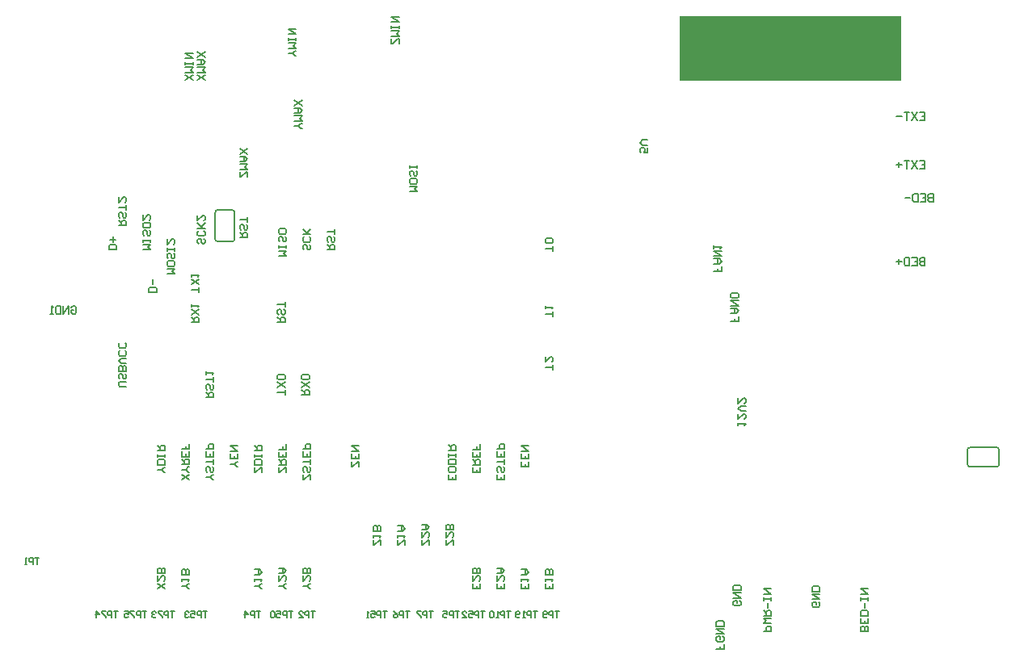
<source format=gbo>
G04 Layer_Color=32896*
%FSLAX24Y24*%
%MOIN*%
G70*
G01*
G75*
%ADD115C,0.0060*%
%ADD119C,0.0050*%
%ADD243R,0.9183X0.2710*%
D115*
X49360Y19340D02*
G03*
X49260Y19240I0J-100D01*
G01*
X50560D02*
G03*
X50460Y19340I-100J0D01*
G01*
Y18540D02*
G03*
X50560Y18640I0J100D01*
G01*
X49260D02*
G03*
X49360Y18540I100J0D01*
G01*
X18232Y27944D02*
G03*
X18332Y27844I100J0D01*
G01*
Y29144D02*
G03*
X18232Y29044I0J-100D01*
G01*
X19032D02*
G03*
X18932Y29144I-100J0D01*
G01*
Y27844D02*
G03*
X19032Y27944I0J100D01*
G01*
X49360Y18540D02*
X50460D01*
X49260Y18640D02*
Y19240D01*
X50560Y18640D02*
Y19240D01*
X49360Y19340D02*
X50460D01*
X19032Y27944D02*
Y29044D01*
X18332Y27844D02*
X18932D01*
X18332Y29144D02*
X18932D01*
X18232Y27944D02*
Y29044D01*
X16170Y18300D02*
X16117D01*
X16010Y18407D01*
X16117Y18513D01*
X16170D01*
X16010Y18407D02*
X15850D01*
X16170Y18620D02*
X15850D01*
Y18780D01*
X15903Y18833D01*
X16117D01*
X16170Y18780D01*
Y18620D01*
Y18940D02*
Y19046D01*
Y18993D01*
X15850D01*
Y18940D01*
Y19046D01*
Y19206D02*
X16170D01*
Y19366D01*
X16117Y19420D01*
X16010D01*
X15957Y19366D01*
Y19206D01*
Y19313D02*
X15850Y19420D01*
X17170Y18000D02*
X16850Y18213D01*
X17170D02*
X16850Y18000D01*
X17170Y18320D02*
X17117D01*
X17010Y18427D01*
X17117Y18533D01*
X17170D01*
X17010Y18427D02*
X16850D01*
Y18640D02*
X17170D01*
Y18800D01*
X17117Y18853D01*
X17010D01*
X16957Y18800D01*
Y18640D01*
Y18746D02*
X16850Y18853D01*
X17170Y19173D02*
Y18960D01*
X16850D01*
Y19173D01*
X17010Y18960D02*
Y19066D01*
X17170Y19493D02*
Y19280D01*
X17010D01*
Y19386D01*
Y19280D01*
X16850D01*
X18170Y18000D02*
X18117D01*
X18010Y18107D01*
X18117Y18213D01*
X18170D01*
X18010Y18107D02*
X17850D01*
X18117Y18533D02*
X18170Y18480D01*
Y18373D01*
X18117Y18320D01*
X18063D01*
X18010Y18373D01*
Y18480D01*
X17957Y18533D01*
X17903D01*
X17850Y18480D01*
Y18373D01*
X17903Y18320D01*
X18170Y18640D02*
Y18853D01*
Y18746D01*
X17850D01*
X18170Y19173D02*
Y18960D01*
X17850D01*
Y19173D01*
X18010Y18960D02*
Y19066D01*
X17850Y19280D02*
X18170D01*
Y19440D01*
X18117Y19493D01*
X18010D01*
X17957Y19440D01*
Y19280D01*
X19170Y18550D02*
X19117D01*
X19010Y18657D01*
X19117Y18763D01*
X19170D01*
X19010Y18657D02*
X18850D01*
X19170Y19083D02*
Y18870D01*
X18850D01*
Y19083D01*
X19010Y18870D02*
Y18977D01*
X18850Y19190D02*
X19170D01*
X18850Y19403D01*
X19170D01*
X20170Y18300D02*
Y18513D01*
X20117D01*
X19903Y18300D01*
X19850D01*
Y18513D01*
X20170Y18620D02*
X19850D01*
Y18780D01*
X19903Y18833D01*
X20117D01*
X20170Y18780D01*
Y18620D01*
Y18940D02*
Y19046D01*
Y18993D01*
X19850D01*
Y18940D01*
Y19046D01*
Y19206D02*
X20170D01*
Y19366D01*
X20117Y19420D01*
X20010D01*
X19957Y19366D01*
Y19206D01*
Y19313D02*
X19850Y19420D01*
X21170Y18300D02*
Y18513D01*
X21117D01*
X20903Y18300D01*
X20850D01*
Y18513D01*
Y18620D02*
X21170D01*
Y18780D01*
X21117Y18833D01*
X21010D01*
X20957Y18780D01*
Y18620D01*
Y18727D02*
X20850Y18833D01*
X21170Y19153D02*
Y18940D01*
X20850D01*
Y19153D01*
X21010Y18940D02*
Y19046D01*
X21170Y19473D02*
Y19260D01*
X21010D01*
Y19366D01*
Y19260D01*
X20850D01*
X22170Y18000D02*
Y18213D01*
X22117D01*
X21903Y18000D01*
X21850D01*
Y18213D01*
X22117Y18533D02*
X22170Y18480D01*
Y18373D01*
X22117Y18320D01*
X22063D01*
X22010Y18373D01*
Y18480D01*
X21957Y18533D01*
X21903D01*
X21850Y18480D01*
Y18373D01*
X21903Y18320D01*
X22170Y18640D02*
Y18853D01*
Y18746D01*
X21850D01*
X22170Y19173D02*
Y18960D01*
X21850D01*
Y19173D01*
X22010Y18960D02*
Y19066D01*
X21850Y19280D02*
X22170D01*
Y19440D01*
X22117Y19493D01*
X22010D01*
X21957Y19440D01*
Y19280D01*
X24170Y18550D02*
Y18763D01*
X24117D01*
X23903Y18550D01*
X23850D01*
Y18763D01*
X24170Y19083D02*
Y18870D01*
X23850D01*
Y19083D01*
X24010Y18870D02*
Y18977D01*
X23850Y19190D02*
X24170D01*
X23850Y19403D01*
X24170D01*
X28170Y18213D02*
Y18000D01*
X27850D01*
Y18213D01*
X28010Y18000D02*
Y18107D01*
X28117Y18320D02*
X28170Y18373D01*
Y18480D01*
X28117Y18533D01*
X27903D01*
X27850Y18480D01*
Y18373D01*
X27903Y18320D01*
X28117D01*
X28170Y18640D02*
X27850D01*
Y18800D01*
X27903Y18853D01*
X28117D01*
X28170Y18800D01*
Y18640D01*
Y18960D02*
Y19066D01*
Y19013D01*
X27850D01*
Y18960D01*
Y19066D01*
Y19226D02*
X28170D01*
Y19386D01*
X28117Y19440D01*
X28010D01*
X27957Y19386D01*
Y19226D01*
Y19333D02*
X27850Y19440D01*
X29170Y18513D02*
Y18300D01*
X28850D01*
Y18513D01*
X29010Y18300D02*
Y18407D01*
X28850Y18620D02*
X29170D01*
Y18780D01*
X29117Y18833D01*
X29010D01*
X28957Y18780D01*
Y18620D01*
Y18727D02*
X28850Y18833D01*
X29170Y19153D02*
Y18940D01*
X28850D01*
Y19153D01*
X29010Y18940D02*
Y19046D01*
X29170Y19473D02*
Y19260D01*
X29010D01*
Y19366D01*
Y19260D01*
X28850D01*
X30170Y18213D02*
Y18000D01*
X29850D01*
Y18213D01*
X30010Y18000D02*
Y18107D01*
X30117Y18533D02*
X30170Y18480D01*
Y18373D01*
X30117Y18320D01*
X30063D01*
X30010Y18373D01*
Y18480D01*
X29957Y18533D01*
X29903D01*
X29850Y18480D01*
Y18373D01*
X29903Y18320D01*
X30170Y18640D02*
Y18853D01*
Y18746D01*
X29850D01*
X30170Y19173D02*
Y18960D01*
X29850D01*
Y19173D01*
X30010Y18960D02*
Y19066D01*
X29850Y19280D02*
X30170D01*
Y19440D01*
X30117Y19493D01*
X30010D01*
X29957Y19440D01*
Y19280D01*
X31170Y18763D02*
Y18550D01*
X30850D01*
Y18763D01*
X31010Y18550D02*
Y18657D01*
X31170Y19083D02*
Y18870D01*
X30850D01*
Y19083D01*
X31010Y18870D02*
Y18977D01*
X30850Y19190D02*
X31170D01*
X30850Y19403D01*
X31170D01*
X16170Y13500D02*
X15850Y13713D01*
X16170D02*
X15850Y13500D01*
Y14033D02*
Y13820D01*
X16063Y14033D01*
X16117D01*
X16170Y13980D01*
Y13873D01*
X16117Y13820D01*
X16170Y14140D02*
X15850D01*
Y14300D01*
X15903Y14353D01*
X15957D01*
X16010Y14300D01*
Y14140D01*
Y14300D01*
X16063Y14353D01*
X16117D01*
X16170Y14300D01*
Y14140D01*
X17170Y13500D02*
X17117D01*
X17010Y13607D01*
X17117Y13713D01*
X17170D01*
X17010Y13607D02*
X16850D01*
Y13820D02*
Y13927D01*
Y13873D01*
X17170D01*
X17117Y13820D01*
X17170Y14086D02*
X16850D01*
Y14246D01*
X16903Y14300D01*
X16957D01*
X17010Y14246D01*
Y14086D01*
Y14246D01*
X17063Y14300D01*
X17117D01*
X17170Y14246D01*
Y14086D01*
X20170Y13500D02*
X20117D01*
X20010Y13607D01*
X20117Y13713D01*
X20170D01*
X20010Y13607D02*
X19850D01*
Y13820D02*
Y13927D01*
Y13873D01*
X20170D01*
X20117Y13820D01*
X19850Y14086D02*
X20063D01*
X20170Y14193D01*
X20063Y14300D01*
X19850D01*
X20010D01*
Y14086D01*
X21170Y13500D02*
X21117D01*
X21010Y13607D01*
X21117Y13713D01*
X21170D01*
X21010Y13607D02*
X20850D01*
Y14033D02*
Y13820D01*
X21063Y14033D01*
X21117D01*
X21170Y13980D01*
Y13873D01*
X21117Y13820D01*
X20850Y14140D02*
X21063D01*
X21170Y14246D01*
X21063Y14353D01*
X20850D01*
X21010D01*
Y14140D01*
X22170Y13500D02*
X22117D01*
X22010Y13607D01*
X22117Y13713D01*
X22170D01*
X22010Y13607D02*
X21850D01*
Y14033D02*
Y13820D01*
X22063Y14033D01*
X22117D01*
X22170Y13980D01*
Y13873D01*
X22117Y13820D01*
X22170Y14140D02*
X21850D01*
Y14300D01*
X21903Y14353D01*
X21957D01*
X22010Y14300D01*
Y14140D01*
Y14300D01*
X22063Y14353D01*
X22117D01*
X22170Y14300D01*
Y14140D01*
X25070Y15300D02*
Y15513D01*
X25017D01*
X24803Y15300D01*
X24750D01*
Y15513D01*
Y15620D02*
Y15727D01*
Y15673D01*
X25070D01*
X25017Y15620D01*
X25070Y15886D02*
X24750D01*
Y16046D01*
X24803Y16100D01*
X24857D01*
X24910Y16046D01*
Y15886D01*
Y16046D01*
X24963Y16100D01*
X25017D01*
X25070Y16046D01*
Y15886D01*
X26070Y15300D02*
Y15513D01*
X26017D01*
X25803Y15300D01*
X25750D01*
Y15513D01*
Y15620D02*
Y15727D01*
Y15673D01*
X26070D01*
X26017Y15620D01*
X25750Y15886D02*
X25963D01*
X26070Y15993D01*
X25963Y16100D01*
X25750D01*
X25910D01*
Y15886D01*
X27070Y15300D02*
Y15513D01*
X27017D01*
X26803Y15300D01*
X26750D01*
Y15513D01*
Y15833D02*
Y15620D01*
X26963Y15833D01*
X27017D01*
X27070Y15780D01*
Y15673D01*
X27017Y15620D01*
X26750Y15940D02*
X26963D01*
X27070Y16046D01*
X26963Y16153D01*
X26750D01*
X26910D01*
Y15940D01*
X28070Y15300D02*
Y15513D01*
X28017D01*
X27803Y15300D01*
X27750D01*
Y15513D01*
Y15833D02*
Y15620D01*
X27963Y15833D01*
X28017D01*
X28070Y15780D01*
Y15673D01*
X28017Y15620D01*
X28070Y15940D02*
X27750D01*
Y16100D01*
X27803Y16153D01*
X27857D01*
X27910Y16100D01*
Y15940D01*
Y16100D01*
X27963Y16153D01*
X28017D01*
X28070Y16100D01*
Y15940D01*
X29170Y13713D02*
Y13500D01*
X28850D01*
Y13713D01*
X29010Y13500D02*
Y13607D01*
X28850Y14033D02*
Y13820D01*
X29063Y14033D01*
X29117D01*
X29170Y13980D01*
Y13873D01*
X29117Y13820D01*
X29170Y14140D02*
X28850D01*
Y14300D01*
X28903Y14353D01*
X28957D01*
X29010Y14300D01*
Y14140D01*
Y14300D01*
X29063Y14353D01*
X29117D01*
X29170Y14300D01*
Y14140D01*
X30170Y13713D02*
Y13500D01*
X29850D01*
Y13713D01*
X30010Y13500D02*
Y13607D01*
X29850Y14033D02*
Y13820D01*
X30063Y14033D01*
X30117D01*
X30170Y13980D01*
Y13873D01*
X30117Y13820D01*
X29850Y14140D02*
X30063D01*
X30170Y14246D01*
X30063Y14353D01*
X29850D01*
X30010D01*
Y14140D01*
X31170Y13713D02*
Y13500D01*
X30850D01*
Y13713D01*
X31010Y13500D02*
Y13607D01*
X30850Y13820D02*
Y13927D01*
Y13873D01*
X31170D01*
X31117Y13820D01*
X30850Y14086D02*
X31063D01*
X31170Y14193D01*
X31063Y14300D01*
X30850D01*
X31010D01*
Y14086D01*
X32170Y13713D02*
Y13500D01*
X31850D01*
Y13713D01*
X32010Y13500D02*
Y13607D01*
X31850Y13820D02*
Y13927D01*
Y13873D01*
X32170D01*
X32117Y13820D01*
X32170Y14086D02*
X31850D01*
Y14246D01*
X31903Y14300D01*
X31957D01*
X32010Y14246D01*
Y14086D01*
Y14246D01*
X32063Y14300D01*
X32117D01*
X32170Y14246D01*
Y14086D01*
X39220Y11213D02*
Y11000D01*
X39060D01*
Y11107D01*
Y11000D01*
X38900D01*
X39167Y11533D02*
X39220Y11480D01*
Y11373D01*
X39167Y11320D01*
X38953D01*
X38900Y11373D01*
Y11480D01*
X38953Y11533D01*
X39060D01*
Y11427D01*
X38900Y11640D02*
X39220D01*
X38900Y11853D01*
X39220D01*
Y11960D02*
X38900D01*
Y12120D01*
X38953Y12173D01*
X39167D01*
X39220Y12120D01*
Y11960D01*
X39867Y13013D02*
X39920Y12960D01*
Y12853D01*
X39867Y12800D01*
X39653D01*
X39600Y12853D01*
Y12960D01*
X39653Y13013D01*
X39760D01*
Y12907D01*
X39600Y13120D02*
X39920D01*
X39600Y13333D01*
X39920D01*
Y13440D02*
X39600D01*
Y13600D01*
X39653Y13653D01*
X39867D01*
X39920Y13600D01*
Y13440D01*
X40850Y11750D02*
X41170D01*
Y11910D01*
X41117Y11963D01*
X41010D01*
X40957Y11910D01*
Y11750D01*
X41170Y12070D02*
X40850D01*
X40957Y12177D01*
X40850Y12283D01*
X41170D01*
X40850Y12390D02*
X41170D01*
Y12550D01*
X41117Y12603D01*
X41010D01*
X40957Y12550D01*
Y12390D01*
Y12496D02*
X40850Y12603D01*
X41010Y12710D02*
Y12923D01*
X41170Y13030D02*
Y13136D01*
Y13083D01*
X40850D01*
Y13030D01*
Y13136D01*
Y13296D02*
X41170D01*
X40850Y13509D01*
X41170D01*
X43117Y12963D02*
X43170Y12910D01*
Y12803D01*
X43117Y12750D01*
X42903D01*
X42850Y12803D01*
Y12910D01*
X42903Y12963D01*
X43010D01*
Y12857D01*
X42850Y13070D02*
X43170D01*
X42850Y13283D01*
X43170D01*
Y13390D02*
X42850D01*
Y13550D01*
X42903Y13603D01*
X43117D01*
X43170Y13550D01*
Y13390D01*
X45170Y11750D02*
X44850D01*
Y11910D01*
X44903Y11963D01*
X44957D01*
X45010Y11910D01*
Y11750D01*
Y11910D01*
X45063Y11963D01*
X45117D01*
X45170Y11910D01*
Y11750D01*
Y12283D02*
Y12070D01*
X44850D01*
Y12283D01*
X45010Y12070D02*
Y12177D01*
X45170Y12390D02*
X44850D01*
Y12550D01*
X44903Y12603D01*
X45117D01*
X45170Y12550D01*
Y12390D01*
X45010Y12710D02*
Y12923D01*
X45170Y13030D02*
Y13136D01*
Y13083D01*
X44850D01*
Y13030D01*
Y13136D01*
Y13296D02*
X45170D01*
X44850Y13509D01*
X45170D01*
X39800Y20250D02*
Y20357D01*
Y20303D01*
X40120D01*
X40067Y20250D01*
X39800Y20730D02*
Y20517D01*
X40013Y20730D01*
X40067D01*
X40120Y20677D01*
Y20570D01*
X40067Y20517D01*
X40120Y20836D02*
X39907D01*
X39800Y20943D01*
X39907Y21050D01*
X40120D01*
X39800Y21370D02*
Y21156D01*
X40013Y21370D01*
X40067D01*
X40120Y21316D01*
Y21210D01*
X40067Y21156D01*
X39820Y24763D02*
Y24550D01*
X39660D01*
Y24657D01*
Y24550D01*
X39500D01*
Y24870D02*
X39713D01*
X39820Y24977D01*
X39713Y25083D01*
X39500D01*
X39660D01*
Y24870D01*
X39500Y25190D02*
X39820D01*
X39500Y25403D01*
X39820D01*
X39767Y25510D02*
X39820Y25563D01*
Y25670D01*
X39767Y25723D01*
X39553D01*
X39500Y25670D01*
Y25563D01*
X39553Y25510D01*
X39767D01*
X39120Y26813D02*
Y26600D01*
X38960D01*
Y26707D01*
Y26600D01*
X38800D01*
Y26920D02*
X39013D01*
X39120Y27027D01*
X39013Y27133D01*
X38800D01*
X38960D01*
Y26920D01*
X38800Y27240D02*
X39120D01*
X38800Y27453D01*
X39120D01*
X38800Y27560D02*
Y27666D01*
Y27613D01*
X39120D01*
X39067Y27560D01*
X32170Y27450D02*
Y27663D01*
Y27557D01*
X31850D01*
X32117Y27770D02*
X32170Y27823D01*
Y27930D01*
X32117Y27983D01*
X31903D01*
X31850Y27930D01*
Y27823D01*
X31903Y27770D01*
X32117D01*
X32170Y24750D02*
Y24963D01*
Y24857D01*
X31850D01*
Y25070D02*
Y25177D01*
Y25123D01*
X32170D01*
X32117Y25070D01*
X32170Y22550D02*
Y22763D01*
Y22657D01*
X31850D01*
Y23083D02*
Y22870D01*
X32063Y23083D01*
X32117D01*
X32170Y23030D01*
Y22923D01*
X32117Y22870D01*
X21800Y21500D02*
X22120D01*
Y21660D01*
X22067Y21713D01*
X21960D01*
X21907Y21660D01*
Y21500D01*
Y21607D02*
X21800Y21713D01*
X22120Y21820D02*
X21800Y22033D01*
X22120D02*
X21800Y21820D01*
X22067Y22140D02*
X22120Y22193D01*
Y22300D01*
X22067Y22353D01*
X21853D01*
X21800Y22300D01*
Y22193D01*
X21853Y22140D01*
X22067D01*
X21120Y21500D02*
Y21713D01*
Y21607D01*
X20800D01*
X21120Y21820D02*
X20800Y22033D01*
X21120D02*
X20800Y21820D01*
X21067Y22140D02*
X21120Y22193D01*
Y22300D01*
X21067Y22353D01*
X20853D01*
X20800Y22300D01*
Y22193D01*
X20853Y22140D01*
X21067D01*
X20800Y24500D02*
X21120D01*
Y24660D01*
X21067Y24713D01*
X20960D01*
X20907Y24660D01*
Y24500D01*
Y24607D02*
X20800Y24713D01*
X21067Y25033D02*
X21120Y24980D01*
Y24873D01*
X21067Y24820D01*
X21013D01*
X20960Y24873D01*
Y24980D01*
X20907Y25033D01*
X20853D01*
X20800Y24980D01*
Y24873D01*
X20853Y24820D01*
X21120Y25140D02*
Y25353D01*
Y25246D01*
X20800D01*
X17850Y21400D02*
X18170D01*
Y21560D01*
X18117Y21613D01*
X18010D01*
X17957Y21560D01*
Y21400D01*
Y21507D02*
X17850Y21613D01*
X18117Y21933D02*
X18170Y21880D01*
Y21773D01*
X18117Y21720D01*
X18063D01*
X18010Y21773D01*
Y21880D01*
X17957Y21933D01*
X17903D01*
X17850Y21880D01*
Y21773D01*
X17903Y21720D01*
X18170Y22040D02*
Y22253D01*
Y22146D01*
X17850D01*
Y22360D02*
Y22466D01*
Y22413D01*
X18170D01*
X18117Y22360D01*
X17250Y24500D02*
X17570D01*
Y24660D01*
X17517Y24713D01*
X17410D01*
X17357Y24660D01*
Y24500D01*
Y24607D02*
X17250Y24713D01*
X17570Y24820D02*
X17250Y25033D01*
X17570D02*
X17250Y24820D01*
Y25140D02*
Y25246D01*
Y25193D01*
X17570D01*
X17517Y25140D01*
X17570Y25750D02*
Y25963D01*
Y25857D01*
X17250D01*
X17570Y26070D02*
X17250Y26283D01*
X17570D02*
X17250Y26070D01*
Y26390D02*
Y26496D01*
Y26443D01*
X17570D01*
X17517Y26390D01*
X16250Y26500D02*
X16570D01*
X16463Y26607D01*
X16570Y26713D01*
X16250D01*
X16570Y26980D02*
Y26873D01*
X16517Y26820D01*
X16303D01*
X16250Y26873D01*
Y26980D01*
X16303Y27033D01*
X16517D01*
X16570Y26980D01*
X16517Y27353D02*
X16570Y27300D01*
Y27193D01*
X16517Y27140D01*
X16463D01*
X16410Y27193D01*
Y27300D01*
X16357Y27353D01*
X16303D01*
X16250Y27300D01*
Y27193D01*
X16303Y27140D01*
X16570Y27460D02*
Y27566D01*
Y27513D01*
X16250D01*
Y27460D01*
Y27566D01*
Y27940D02*
Y27726D01*
X16463Y27940D01*
X16517D01*
X16570Y27886D01*
Y27780D01*
X16517Y27726D01*
X17767Y27963D02*
X17820Y27910D01*
Y27803D01*
X17767Y27750D01*
X17713D01*
X17660Y27803D01*
Y27910D01*
X17607Y27963D01*
X17553D01*
X17500Y27910D01*
Y27803D01*
X17553Y27750D01*
X17767Y28283D02*
X17820Y28230D01*
Y28123D01*
X17767Y28070D01*
X17553D01*
X17500Y28123D01*
Y28230D01*
X17553Y28283D01*
X17820Y28390D02*
X17500D01*
X17607D01*
X17820Y28603D01*
X17660Y28443D01*
X17500Y28603D01*
Y28923D02*
Y28710D01*
X17713Y28923D01*
X17767D01*
X17820Y28870D01*
Y28763D01*
X17767Y28710D01*
X15250Y27500D02*
X15570D01*
X15463Y27607D01*
X15570Y27713D01*
X15250D01*
X15570Y27820D02*
Y27927D01*
Y27873D01*
X15250D01*
Y27820D01*
Y27927D01*
X15517Y28300D02*
X15570Y28246D01*
Y28140D01*
X15517Y28086D01*
X15463D01*
X15410Y28140D01*
Y28246D01*
X15357Y28300D01*
X15303D01*
X15250Y28246D01*
Y28140D01*
X15303Y28086D01*
X15570Y28566D02*
Y28460D01*
X15517Y28406D01*
X15303D01*
X15250Y28460D01*
Y28566D01*
X15303Y28620D01*
X15517D01*
X15570Y28566D01*
X15250Y28940D02*
Y28726D01*
X15463Y28940D01*
X15517D01*
X15570Y28886D01*
Y28780D01*
X15517Y28726D01*
X19250Y28000D02*
X19570D01*
Y28160D01*
X19517Y28213D01*
X19410D01*
X19357Y28160D01*
Y28000D01*
Y28107D02*
X19250Y28213D01*
X19517Y28533D02*
X19570Y28480D01*
Y28373D01*
X19517Y28320D01*
X19463D01*
X19410Y28373D01*
Y28480D01*
X19357Y28533D01*
X19303D01*
X19250Y28480D01*
Y28373D01*
X19303Y28320D01*
X19570Y28640D02*
Y28853D01*
Y28746D01*
X19250D01*
X14250Y28500D02*
X14570D01*
Y28660D01*
X14517Y28713D01*
X14410D01*
X14357Y28660D01*
Y28500D01*
Y28607D02*
X14250Y28713D01*
X14517Y29033D02*
X14570Y28980D01*
Y28873D01*
X14517Y28820D01*
X14463D01*
X14410Y28873D01*
Y28980D01*
X14357Y29033D01*
X14303D01*
X14250Y28980D01*
Y28873D01*
X14303Y28820D01*
X14570Y29140D02*
Y29353D01*
Y29246D01*
X14250D01*
Y29673D02*
Y29460D01*
X14463Y29673D01*
X14517D01*
X14570Y29620D01*
Y29513D01*
X14517Y29460D01*
X17320Y34500D02*
X17000Y34713D01*
X17320D02*
X17000Y34500D01*
Y34820D02*
X17320D01*
X17213Y34927D01*
X17320Y35033D01*
X17000D01*
X17320Y35140D02*
Y35246D01*
Y35193D01*
X17000D01*
Y35140D01*
Y35246D01*
Y35406D02*
X17320D01*
X17000Y35620D01*
X17320D01*
X17820Y34500D02*
X17500Y34713D01*
X17820D02*
X17500Y34500D01*
Y34820D02*
X17820D01*
X17713Y34927D01*
X17820Y35033D01*
X17500D01*
Y35140D02*
X17713D01*
X17820Y35246D01*
X17713Y35353D01*
X17500D01*
X17660D01*
Y35140D01*
X17820Y35460D02*
X17500Y35673D01*
X17820D02*
X17500Y35460D01*
X21570Y35500D02*
X21517D01*
X21410Y35607D01*
X21517Y35713D01*
X21570D01*
X21410Y35607D02*
X21250D01*
Y35820D02*
X21570D01*
X21463Y35927D01*
X21570Y36033D01*
X21250D01*
X21570Y36140D02*
Y36246D01*
Y36193D01*
X21250D01*
Y36140D01*
Y36246D01*
Y36406D02*
X21570D01*
X21250Y36620D01*
X21570D01*
X21820Y32500D02*
X21767D01*
X21660Y32607D01*
X21767Y32713D01*
X21820D01*
X21660Y32607D02*
X21500D01*
Y32820D02*
X21820D01*
X21713Y32927D01*
X21820Y33033D01*
X21500D01*
Y33140D02*
X21713D01*
X21820Y33246D01*
X21713Y33353D01*
X21500D01*
X21660D01*
Y33140D01*
X21820Y33460D02*
X21500Y33673D01*
X21820D02*
X21500Y33460D01*
X25820Y36000D02*
Y36213D01*
X25767D01*
X25553Y36000D01*
X25500D01*
Y36213D01*
Y36320D02*
X25820D01*
X25713Y36427D01*
X25820Y36533D01*
X25500D01*
X25820Y36640D02*
Y36746D01*
Y36693D01*
X25500D01*
Y36640D01*
Y36746D01*
Y36906D02*
X25820D01*
X25500Y37120D01*
X25820D01*
X19570Y30500D02*
Y30713D01*
X19517D01*
X19303Y30500D01*
X19250D01*
Y30713D01*
Y30820D02*
X19570D01*
X19463Y30927D01*
X19570Y31033D01*
X19250D01*
Y31140D02*
X19463D01*
X19570Y31246D01*
X19463Y31353D01*
X19250D01*
X19410D01*
Y31140D01*
X19570Y31460D02*
X19250Y31673D01*
X19570D02*
X19250Y31460D01*
X20850Y27250D02*
X21170D01*
X21063Y27357D01*
X21170Y27463D01*
X20850D01*
X21170Y27570D02*
Y27677D01*
Y27623D01*
X20850D01*
Y27570D01*
Y27677D01*
X21117Y28050D02*
X21170Y27996D01*
Y27890D01*
X21117Y27836D01*
X21063D01*
X21010Y27890D01*
Y27996D01*
X20957Y28050D01*
X20903D01*
X20850Y27996D01*
Y27890D01*
X20903Y27836D01*
X21170Y28316D02*
Y28210D01*
X21117Y28156D01*
X20903D01*
X20850Y28210D01*
Y28316D01*
X20903Y28370D01*
X21117D01*
X21170Y28316D01*
X22117Y27713D02*
X22170Y27660D01*
Y27553D01*
X22117Y27500D01*
X22063D01*
X22010Y27553D01*
Y27660D01*
X21957Y27713D01*
X21903D01*
X21850Y27660D01*
Y27553D01*
X21903Y27500D01*
X22117Y28033D02*
X22170Y27980D01*
Y27873D01*
X22117Y27820D01*
X21903D01*
X21850Y27873D01*
Y27980D01*
X21903Y28033D01*
X22170Y28140D02*
X21850D01*
X21957D01*
X22170Y28353D01*
X22010Y28193D01*
X21850Y28353D01*
X22850Y27500D02*
X23170D01*
Y27660D01*
X23117Y27713D01*
X23010D01*
X22957Y27660D01*
Y27500D01*
Y27607D02*
X22850Y27713D01*
X23117Y28033D02*
X23170Y27980D01*
Y27873D01*
X23117Y27820D01*
X23063D01*
X23010Y27873D01*
Y27980D01*
X22957Y28033D01*
X22903D01*
X22850Y27980D01*
Y27873D01*
X22903Y27820D01*
X23170Y28140D02*
Y28353D01*
Y28246D01*
X22850D01*
X26250Y29910D02*
X26570D01*
X26463Y30017D01*
X26570Y30123D01*
X26250D01*
X26570Y30390D02*
Y30283D01*
X26517Y30230D01*
X26303D01*
X26250Y30283D01*
Y30390D01*
X26303Y30443D01*
X26517D01*
X26570Y30390D01*
X26517Y30763D02*
X26570Y30710D01*
Y30603D01*
X26517Y30550D01*
X26463D01*
X26410Y30603D01*
Y30710D01*
X26357Y30763D01*
X26303D01*
X26250Y30710D01*
Y30603D01*
X26303Y30550D01*
X26570Y30870D02*
Y30976D01*
Y30923D01*
X26250D01*
Y30870D01*
Y30976D01*
X36070Y31713D02*
Y31500D01*
X35910D01*
X35963Y31607D01*
Y31660D01*
X35910Y31713D01*
X35803D01*
X35750Y31660D01*
Y31553D01*
X35803Y31500D01*
X36070Y31820D02*
X35857D01*
X35750Y31927D01*
X35857Y32033D01*
X36070D01*
X14170Y27500D02*
X13850D01*
Y27660D01*
X13903Y27713D01*
X14117D01*
X14170Y27660D01*
Y27500D01*
X14010Y27820D02*
Y28033D01*
X14117Y27927D02*
X13903D01*
X15820Y25750D02*
X15500D01*
Y25910D01*
X15553Y25963D01*
X15767D01*
X15820Y25910D01*
Y25750D01*
X15660Y26070D02*
Y26283D01*
X12287Y25117D02*
X12340Y25170D01*
X12447D01*
X12500Y25117D01*
Y24903D01*
X12447Y24850D01*
X12340D01*
X12287Y24903D01*
Y25010D01*
X12393D01*
X12180Y24850D02*
Y25170D01*
X11967Y24850D01*
Y25170D01*
X11860D02*
Y24850D01*
X11700D01*
X11647Y24903D01*
Y25117D01*
X11700Y25170D01*
X11860D01*
X11540Y24850D02*
X11434D01*
X11487D01*
Y25170D01*
X11540Y25117D01*
X14570Y21850D02*
X14303D01*
X14250Y21903D01*
Y22010D01*
X14303Y22063D01*
X14570D01*
X14517Y22383D02*
X14570Y22330D01*
Y22223D01*
X14517Y22170D01*
X14463D01*
X14410Y22223D01*
Y22330D01*
X14357Y22383D01*
X14303D01*
X14250Y22330D01*
Y22223D01*
X14303Y22170D01*
X14570Y22490D02*
X14250D01*
Y22650D01*
X14303Y22703D01*
X14357D01*
X14410Y22650D01*
Y22490D01*
Y22650D01*
X14463Y22703D01*
X14517D01*
X14570Y22650D01*
Y22490D01*
Y22810D02*
X14357D01*
X14250Y22916D01*
X14357Y23023D01*
X14570D01*
X14517Y23343D02*
X14570Y23290D01*
Y23183D01*
X14517Y23130D01*
X14303D01*
X14250Y23183D01*
Y23290D01*
X14303Y23343D01*
X14517Y23663D02*
X14570Y23609D01*
Y23503D01*
X14517Y23449D01*
X14303D01*
X14250Y23503D01*
Y23609D01*
X14303Y23663D01*
X47500Y27170D02*
Y26850D01*
X47340D01*
X47287Y26903D01*
Y26957D01*
X47340Y27010D01*
X47500D01*
X47340D01*
X47287Y27063D01*
Y27117D01*
X47340Y27170D01*
X47500D01*
X46967D02*
X47180D01*
Y26850D01*
X46967D01*
X47180Y27010D02*
X47073D01*
X46860Y27170D02*
Y26850D01*
X46700D01*
X46647Y26903D01*
Y27117D01*
X46700Y27170D01*
X46860D01*
X46540Y27010D02*
X46327D01*
X46434Y27117D02*
Y26903D01*
X47850Y29800D02*
Y29480D01*
X47690D01*
X47637Y29533D01*
Y29587D01*
X47690Y29640D01*
X47850D01*
X47690D01*
X47637Y29693D01*
Y29747D01*
X47690Y29800D01*
X47850D01*
X47317D02*
X47530D01*
Y29480D01*
X47317D01*
X47530Y29640D02*
X47423D01*
X47210Y29800D02*
Y29480D01*
X47050D01*
X46997Y29533D01*
Y29747D01*
X47050Y29800D01*
X47210D01*
X46890Y29640D02*
X46677D01*
X47287Y31170D02*
X47500D01*
Y30850D01*
X47287D01*
X47500Y31010D02*
X47393D01*
X47180Y31170D02*
X46967Y30850D01*
Y31170D02*
X47180Y30850D01*
X46860Y31170D02*
X46647D01*
X46754D01*
Y30850D01*
X46540Y31010D02*
X46327D01*
X46434Y31117D02*
Y30903D01*
X47287Y33170D02*
X47500D01*
Y32850D01*
X47287D01*
X47500Y33010D02*
X47393D01*
X47180Y33170D02*
X46967Y32850D01*
Y33170D02*
X47180Y32850D01*
X46860Y33170D02*
X46647D01*
X46754D01*
Y32850D01*
X46540Y33010D02*
X46327D01*
D119*
X32420Y12570D02*
X32253D01*
X32337D01*
Y12320D01*
X32170D02*
Y12570D01*
X32045D01*
X32003Y12528D01*
Y12445D01*
X32045Y12403D01*
X32170D01*
X31920Y12362D02*
X31879Y12320D01*
X31795D01*
X31754Y12362D01*
Y12528D01*
X31795Y12570D01*
X31879D01*
X31920Y12528D01*
Y12487D01*
X31879Y12445D01*
X31754D01*
X31510Y12570D02*
X31343D01*
X31427D01*
Y12320D01*
X31260D02*
Y12570D01*
X31135D01*
X31093Y12528D01*
Y12445D01*
X31135Y12403D01*
X31260D01*
X31010Y12320D02*
X30927D01*
X30969D01*
Y12570D01*
X31010Y12528D01*
X30802Y12362D02*
X30760Y12320D01*
X30677D01*
X30635Y12362D01*
Y12528D01*
X30677Y12570D01*
X30760D01*
X30802Y12528D01*
Y12487D01*
X30760Y12445D01*
X30635D01*
X30420Y12570D02*
X30253D01*
X30337D01*
Y12320D01*
X30170D02*
Y12570D01*
X30045D01*
X30003Y12528D01*
Y12445D01*
X30045Y12403D01*
X30170D01*
X29920Y12320D02*
X29837D01*
X29879D01*
Y12570D01*
X29920Y12528D01*
X29712D02*
X29670Y12570D01*
X29587D01*
X29545Y12528D01*
Y12362D01*
X29587Y12320D01*
X29670D01*
X29712Y12362D01*
Y12528D01*
X29350Y12570D02*
X29183D01*
X29267D01*
Y12320D01*
X29100D02*
Y12570D01*
X28975D01*
X28933Y12528D01*
Y12445D01*
X28975Y12403D01*
X29100D01*
X28684Y12570D02*
X28850D01*
Y12445D01*
X28767Y12487D01*
X28725D01*
X28684Y12445D01*
Y12362D01*
X28725Y12320D01*
X28809D01*
X28850Y12362D01*
X28434Y12320D02*
X28600D01*
X28434Y12487D01*
Y12528D01*
X28475Y12570D01*
X28559D01*
X28600Y12528D01*
X28300Y12570D02*
X28133D01*
X28217D01*
Y12320D01*
X28050D02*
Y12570D01*
X27925D01*
X27883Y12528D01*
Y12445D01*
X27925Y12403D01*
X28050D01*
X27634Y12570D02*
X27800D01*
Y12445D01*
X27717Y12487D01*
X27675D01*
X27634Y12445D01*
Y12362D01*
X27675Y12320D01*
X27759D01*
X27800Y12362D01*
X27220Y12570D02*
X27053D01*
X27137D01*
Y12320D01*
X26970D02*
Y12570D01*
X26845D01*
X26803Y12528D01*
Y12445D01*
X26845Y12403D01*
X26970D01*
X26720Y12570D02*
X26554D01*
Y12528D01*
X26720Y12362D01*
Y12320D01*
X26240Y12570D02*
X26073D01*
X26157D01*
Y12320D01*
X25990D02*
Y12570D01*
X25865D01*
X25823Y12528D01*
Y12445D01*
X25865Y12403D01*
X25990D01*
X25574Y12570D02*
X25657Y12528D01*
X25740Y12445D01*
Y12362D01*
X25699Y12320D01*
X25615D01*
X25574Y12362D01*
Y12403D01*
X25615Y12445D01*
X25740D01*
X25310Y12570D02*
X25143D01*
X25227D01*
Y12320D01*
X25060D02*
Y12570D01*
X24935D01*
X24893Y12528D01*
Y12445D01*
X24935Y12403D01*
X25060D01*
X24644Y12570D02*
X24810D01*
Y12445D01*
X24727Y12487D01*
X24685D01*
X24644Y12445D01*
Y12362D01*
X24685Y12320D01*
X24769D01*
X24810Y12362D01*
X24560Y12320D02*
X24477D01*
X24519D01*
Y12570D01*
X24560Y12528D01*
X22350Y12570D02*
X22183D01*
X22267D01*
Y12320D01*
X22100D02*
Y12570D01*
X21975D01*
X21933Y12528D01*
Y12445D01*
X21975Y12403D01*
X22100D01*
X21684Y12320D02*
X21850D01*
X21684Y12487D01*
Y12528D01*
X21725Y12570D01*
X21809D01*
X21850Y12528D01*
X21430Y12570D02*
X21263D01*
X21347D01*
Y12320D01*
X21180D02*
Y12570D01*
X21055D01*
X21013Y12528D01*
Y12445D01*
X21055Y12403D01*
X21180D01*
X20764Y12570D02*
X20930D01*
Y12445D01*
X20847Y12487D01*
X20805D01*
X20764Y12445D01*
Y12362D01*
X20805Y12320D01*
X20889D01*
X20930Y12362D01*
X20680Y12528D02*
X20639Y12570D01*
X20555D01*
X20514Y12528D01*
Y12362D01*
X20555Y12320D01*
X20639D01*
X20680Y12362D01*
Y12528D01*
X20090Y12570D02*
X19923D01*
X20007D01*
Y12320D01*
X19840D02*
Y12570D01*
X19715D01*
X19673Y12528D01*
Y12445D01*
X19715Y12403D01*
X19840D01*
X19465Y12320D02*
Y12570D01*
X19590Y12445D01*
X19424D01*
X14210Y12570D02*
X14043D01*
X14127D01*
Y12320D01*
X13960D02*
Y12570D01*
X13835D01*
X13793Y12528D01*
Y12445D01*
X13835Y12403D01*
X13960D01*
X13710Y12570D02*
X13544D01*
Y12528D01*
X13710Y12362D01*
Y12320D01*
X13335D02*
Y12570D01*
X13460Y12445D01*
X13294D01*
X15390Y12570D02*
X15223D01*
X15307D01*
Y12320D01*
X15140D02*
Y12570D01*
X15015D01*
X14973Y12528D01*
Y12445D01*
X15015Y12403D01*
X15140D01*
X14890Y12570D02*
X14724D01*
Y12528D01*
X14890Y12362D01*
Y12320D01*
X14474Y12570D02*
X14640D01*
Y12445D01*
X14557Y12487D01*
X14515D01*
X14474Y12445D01*
Y12362D01*
X14515Y12320D01*
X14599D01*
X14640Y12362D01*
X16550Y12570D02*
X16383D01*
X16467D01*
Y12320D01*
X16300D02*
Y12570D01*
X16175D01*
X16133Y12528D01*
Y12445D01*
X16175Y12403D01*
X16300D01*
X16050Y12570D02*
X15884D01*
Y12528D01*
X16050Y12362D01*
Y12320D01*
X15800Y12528D02*
X15759Y12570D01*
X15675D01*
X15634Y12528D01*
Y12487D01*
X15675Y12445D01*
X15717D01*
X15675D01*
X15634Y12403D01*
Y12362D01*
X15675Y12320D01*
X15759D01*
X15800Y12362D01*
X17890Y12570D02*
X17723D01*
X17807D01*
Y12320D01*
X17640D02*
Y12570D01*
X17515D01*
X17473Y12528D01*
Y12445D01*
X17515Y12403D01*
X17640D01*
X17224Y12570D02*
X17390D01*
Y12445D01*
X17307Y12487D01*
X17265D01*
X17224Y12445D01*
Y12362D01*
X17265Y12320D01*
X17349D01*
X17390Y12362D01*
X17140Y12528D02*
X17099Y12570D01*
X17015D01*
X16974Y12528D01*
Y12487D01*
X17015Y12445D01*
X17057D01*
X17015D01*
X16974Y12403D01*
Y12362D01*
X17015Y12320D01*
X17099D01*
X17140Y12362D01*
X10970Y14780D02*
X10803D01*
X10887D01*
Y14530D01*
X10720D02*
Y14780D01*
X10595D01*
X10553Y14738D01*
Y14655D01*
X10595Y14613D01*
X10720D01*
X10470Y14530D02*
X10387D01*
X10429D01*
Y14780D01*
X10470Y14738D01*
D243*
X41972Y35805D02*
D03*
M02*

</source>
